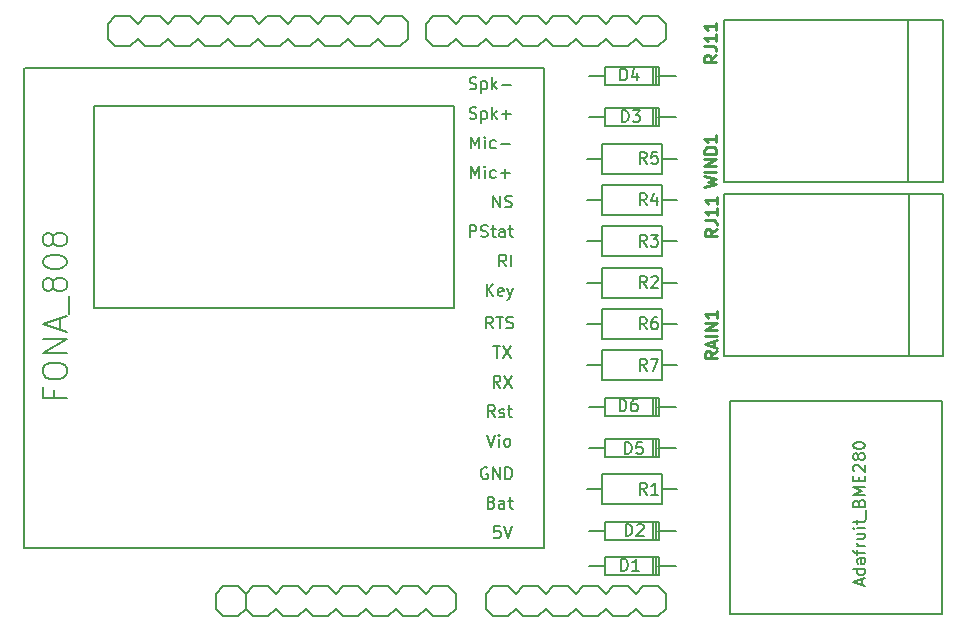
<source format=gbr>
G04 #@! TF.FileFunction,Legend,Top*
%FSLAX46Y46*%
G04 Gerber Fmt 4.6, Leading zero omitted, Abs format (unit mm)*
G04 Created by KiCad (PCBNEW 4.0.2-stable) date Tuesday, December 06, 2016 'PMt' 03:41:46 PM*
%MOMM*%
G01*
G04 APERTURE LIST*
%ADD10C,0.100000*%
%ADD11C,0.150000*%
%ADD12C,0.203200*%
%ADD13C,0.254000*%
%ADD14C,0.304800*%
G04 APERTURE END LIST*
D10*
D11*
X163633480Y-125502540D02*
X162236480Y-125502540D01*
X168078480Y-125502540D02*
X169602480Y-125502540D01*
X167697480Y-126264540D02*
X167697480Y-124740540D01*
X167951480Y-126264540D02*
X167951480Y-124740540D01*
X168205480Y-125502540D02*
X168205480Y-124740540D01*
X168205480Y-124740540D02*
X163633480Y-124740540D01*
X163633480Y-124740540D02*
X163633480Y-126264540D01*
X163633480Y-126264540D02*
X168205480Y-126264540D01*
X168205480Y-126264540D02*
X168205480Y-125502540D01*
X163633480Y-122502540D02*
X162236480Y-122502540D01*
X168078480Y-122502540D02*
X169602480Y-122502540D01*
X167697480Y-123264540D02*
X167697480Y-121740540D01*
X167951480Y-123264540D02*
X167951480Y-121740540D01*
X168205480Y-122502540D02*
X168205480Y-121740540D01*
X168205480Y-121740540D02*
X163633480Y-121740540D01*
X163633480Y-121740540D02*
X163633480Y-123264540D01*
X163633480Y-123264540D02*
X168205480Y-123264540D01*
X168205480Y-123264540D02*
X168205480Y-122502540D01*
X163633480Y-87502540D02*
X162236480Y-87502540D01*
X168078480Y-87502540D02*
X169602480Y-87502540D01*
X167697480Y-88264540D02*
X167697480Y-86740540D01*
X167951480Y-88264540D02*
X167951480Y-86740540D01*
X168205480Y-87502540D02*
X168205480Y-86740540D01*
X168205480Y-86740540D02*
X163633480Y-86740540D01*
X163633480Y-86740540D02*
X163633480Y-88264540D01*
X163633480Y-88264540D02*
X168205480Y-88264540D01*
X168205480Y-88264540D02*
X168205480Y-87502540D01*
X163633480Y-84002540D02*
X162236480Y-84002540D01*
X168078480Y-84002540D02*
X169602480Y-84002540D01*
X167697480Y-84764540D02*
X167697480Y-83240540D01*
X167951480Y-84764540D02*
X167951480Y-83240540D01*
X168205480Y-84002540D02*
X168205480Y-83240540D01*
X168205480Y-83240540D02*
X163633480Y-83240540D01*
X163633480Y-83240540D02*
X163633480Y-84764540D01*
X163633480Y-84764540D02*
X168205480Y-84764540D01*
X168205480Y-84764540D02*
X168205480Y-84002540D01*
X163633480Y-115502540D02*
X162236480Y-115502540D01*
X168078480Y-115502540D02*
X169602480Y-115502540D01*
X167697480Y-116264540D02*
X167697480Y-114740540D01*
X167951480Y-116264540D02*
X167951480Y-114740540D01*
X168205480Y-115502540D02*
X168205480Y-114740540D01*
X168205480Y-114740540D02*
X163633480Y-114740540D01*
X163633480Y-114740540D02*
X163633480Y-116264540D01*
X163633480Y-116264540D02*
X168205480Y-116264540D01*
X168205480Y-116264540D02*
X168205480Y-115502540D01*
X163633480Y-112002540D02*
X162236480Y-112002540D01*
X168078480Y-112002540D02*
X169602480Y-112002540D01*
X167697480Y-112764540D02*
X167697480Y-111240540D01*
X167951480Y-112764540D02*
X167951480Y-111240540D01*
X168205480Y-112002540D02*
X168205480Y-111240540D01*
X168205480Y-111240540D02*
X163633480Y-111240540D01*
X163633480Y-111240540D02*
X163633480Y-112764540D01*
X163633480Y-112764540D02*
X168205480Y-112764540D01*
X168205480Y-112764540D02*
X168205480Y-112002540D01*
X168460000Y-120270000D02*
X163380000Y-120270000D01*
X163380000Y-120270000D02*
X163380000Y-117730000D01*
X163380000Y-117730000D02*
X168460000Y-117730000D01*
X168460000Y-117730000D02*
X168460000Y-120270000D01*
X168460000Y-119000000D02*
X169730000Y-119000000D01*
X163380000Y-119000000D02*
X162110000Y-119000000D01*
X168460000Y-102770000D02*
X163380000Y-102770000D01*
X163380000Y-102770000D02*
X163380000Y-100230000D01*
X163380000Y-100230000D02*
X168460000Y-100230000D01*
X168460000Y-100230000D02*
X168460000Y-102770000D01*
X168460000Y-101500000D02*
X169730000Y-101500000D01*
X163380000Y-101500000D02*
X162110000Y-101500000D01*
X168460000Y-99270000D02*
X163380000Y-99270000D01*
X163380000Y-99270000D02*
X163380000Y-96730000D01*
X163380000Y-96730000D02*
X168460000Y-96730000D01*
X168460000Y-96730000D02*
X168460000Y-99270000D01*
X168460000Y-98000000D02*
X169730000Y-98000000D01*
X163380000Y-98000000D02*
X162110000Y-98000000D01*
X168460000Y-95770000D02*
X163380000Y-95770000D01*
X163380000Y-95770000D02*
X163380000Y-93230000D01*
X163380000Y-93230000D02*
X168460000Y-93230000D01*
X168460000Y-93230000D02*
X168460000Y-95770000D01*
X168460000Y-94500000D02*
X169730000Y-94500000D01*
X163380000Y-94500000D02*
X162110000Y-94500000D01*
X168460000Y-92270000D02*
X163380000Y-92270000D01*
X163380000Y-92270000D02*
X163380000Y-89730000D01*
X163380000Y-89730000D02*
X168460000Y-89730000D01*
X168460000Y-89730000D02*
X168460000Y-92270000D01*
X168460000Y-91000000D02*
X169730000Y-91000000D01*
X163380000Y-91000000D02*
X162110000Y-91000000D01*
X168460000Y-106270000D02*
X163380000Y-106270000D01*
X163380000Y-106270000D02*
X163380000Y-103730000D01*
X163380000Y-103730000D02*
X168460000Y-103730000D01*
X168460000Y-103730000D02*
X168460000Y-106270000D01*
X168460000Y-105000000D02*
X169730000Y-105000000D01*
X163380000Y-105000000D02*
X162110000Y-105000000D01*
X168460000Y-109770000D02*
X163380000Y-109770000D01*
X163380000Y-109770000D02*
X163380000Y-107230000D01*
X163380000Y-107230000D02*
X168460000Y-107230000D01*
X168460000Y-107230000D02*
X168460000Y-109770000D01*
X168460000Y-108500000D02*
X169730000Y-108500000D01*
X163380000Y-108500000D02*
X162110000Y-108500000D01*
D12*
X189357000Y-93980000D02*
X173736000Y-93980000D01*
X173736000Y-93980000D02*
X173736000Y-107696000D01*
X173736000Y-107696000D02*
X189357000Y-107696000D01*
X189357000Y-93980000D02*
X189357000Y-107696000D01*
X189357000Y-107696000D02*
X192278000Y-107696000D01*
X192278000Y-107696000D02*
X192278000Y-93980000D01*
X192278000Y-93980000D02*
X189357000Y-93980000D01*
D11*
X143752100Y-81473600D02*
X142482100Y-81473600D01*
X142482100Y-81473600D02*
X141847100Y-80838600D01*
X141847100Y-80838600D02*
X141212100Y-81473600D01*
X141212100Y-81473600D02*
X139942100Y-81473600D01*
X139942100Y-81473600D02*
X139307100Y-80838600D01*
X139307100Y-80838600D02*
X138672100Y-81473600D01*
X138672100Y-81473600D02*
X137402100Y-81473600D01*
X137402100Y-81473600D02*
X136767100Y-80838600D01*
X136767100Y-80838600D02*
X136132100Y-81473600D01*
X136132100Y-81473600D02*
X134862100Y-81473600D01*
X134862100Y-81473600D02*
X134227100Y-80838600D01*
X134227100Y-80838600D02*
X133592100Y-81473600D01*
X133592100Y-81473600D02*
X132449100Y-81473600D01*
X132449100Y-81473600D02*
X132322100Y-81473600D01*
X132322100Y-81473600D02*
X131687100Y-80838600D01*
X131687100Y-80838600D02*
X131052100Y-81473600D01*
X131052100Y-81473600D02*
X129782100Y-81473600D01*
X129782100Y-81473600D02*
X129147100Y-80838600D01*
X129147100Y-80838600D02*
X128512100Y-81473600D01*
X128512100Y-81473600D02*
X127242100Y-81473600D01*
X127242100Y-81473600D02*
X126607100Y-80838600D01*
X126607100Y-80838600D02*
X125972100Y-81473600D01*
X125972100Y-81473600D02*
X124702100Y-81473600D01*
X124702100Y-81473600D02*
X124067100Y-80838600D01*
X124067100Y-80838600D02*
X123432100Y-81473600D01*
X123432100Y-81473600D02*
X122162100Y-81473600D01*
X122162100Y-81473600D02*
X121527100Y-80838600D01*
X121527100Y-79568600D02*
X121527100Y-80838600D01*
X128512100Y-78933600D02*
X127242100Y-78933600D01*
X127242100Y-78933600D02*
X126607100Y-79568600D01*
X126607100Y-79568600D02*
X125972100Y-78933600D01*
X125972100Y-78933600D02*
X124702100Y-78933600D01*
X124702100Y-78933600D02*
X124067100Y-79568600D01*
X124067100Y-79568600D02*
X123432100Y-78933600D01*
X123432100Y-78933600D02*
X122162100Y-78933600D01*
X122162100Y-78933600D02*
X121527100Y-79568600D01*
X143752100Y-78933600D02*
X142482100Y-78933600D01*
X142482100Y-78933600D02*
X141847100Y-79568600D01*
X141847100Y-79568600D02*
X141212100Y-78933600D01*
X141212100Y-78933600D02*
X139942100Y-78933600D01*
X139942100Y-78933600D02*
X139307100Y-79568600D01*
X139307100Y-79568600D02*
X138672100Y-78933600D01*
X138672100Y-78933600D02*
X137402100Y-78933600D01*
X137402100Y-78933600D02*
X136767100Y-79568600D01*
X136767100Y-79568600D02*
X136132100Y-78933600D01*
X136132100Y-78933600D02*
X134989100Y-78933600D01*
X134989100Y-78933600D02*
X134354100Y-79568600D01*
X134354100Y-79568600D02*
X133719100Y-78933600D01*
X133719100Y-78933600D02*
X132322100Y-78933600D01*
X132322100Y-78933600D02*
X131687100Y-79568600D01*
X131687100Y-79568600D02*
X131052100Y-78933600D01*
X131052100Y-78933600D02*
X129782100Y-78933600D01*
X129782100Y-78933600D02*
X129147100Y-79568600D01*
X129147100Y-79568600D02*
X128512100Y-78933600D01*
X145022100Y-78933600D02*
X146165100Y-78933600D01*
X146292100Y-81473600D02*
X145022100Y-81473600D01*
X146927100Y-80838600D02*
X146927100Y-79441600D01*
X146927100Y-80838600D02*
X146292100Y-81473600D01*
X145022100Y-81473600D02*
X144387100Y-80838600D01*
X144387100Y-80838600D02*
X143752100Y-81473600D01*
X144387100Y-79568600D02*
X143752100Y-78933600D01*
X145022100Y-78933600D02*
X144387100Y-79568600D01*
X146927100Y-79441600D02*
X146419100Y-78933600D01*
X146419100Y-78933600D02*
X146165100Y-78933600D01*
X165596100Y-81473600D02*
X164326100Y-81473600D01*
X164326100Y-81473600D02*
X163691100Y-80838600D01*
X163691100Y-80838600D02*
X163056100Y-81473600D01*
X163056100Y-81473600D02*
X161786100Y-81473600D01*
X161786100Y-81473600D02*
X161151100Y-80838600D01*
X161151100Y-80838600D02*
X160516100Y-81473600D01*
X160516100Y-81473600D02*
X159246100Y-81473600D01*
X159246100Y-81473600D02*
X158611100Y-80838600D01*
X158611100Y-80838600D02*
X157976100Y-81473600D01*
X157976100Y-81473600D02*
X156706100Y-81473600D01*
X156706100Y-81473600D02*
X156071100Y-80838600D01*
X156071100Y-80838600D02*
X155436100Y-81473600D01*
X155436100Y-81473600D02*
X154166100Y-81473600D01*
X154166100Y-81473600D02*
X153531100Y-80838600D01*
X153531100Y-80838600D02*
X152896100Y-81473600D01*
X152896100Y-81473600D02*
X151626100Y-81473600D01*
X151626100Y-81473600D02*
X150991100Y-80838600D01*
X150991100Y-80838600D02*
X150356100Y-81473600D01*
X150356100Y-81473600D02*
X149086100Y-81473600D01*
X149086100Y-81473600D02*
X148451100Y-80838600D01*
X148451100Y-80838600D02*
X148451100Y-79568600D01*
X148451100Y-79568600D02*
X149086100Y-78933600D01*
X149086100Y-78933600D02*
X150356100Y-78933600D01*
X150356100Y-78933600D02*
X150991100Y-79568600D01*
X150991100Y-79568600D02*
X151626100Y-78933600D01*
X151626100Y-78933600D02*
X152896100Y-78933600D01*
X152896100Y-78933600D02*
X153531100Y-79568600D01*
X153531100Y-79568600D02*
X154166100Y-78933600D01*
X154166100Y-78933600D02*
X155436100Y-78933600D01*
X155436100Y-78933600D02*
X156071100Y-79568600D01*
X156071100Y-79568600D02*
X156706100Y-78933600D01*
X156706100Y-78933600D02*
X157976100Y-78933600D01*
X157976100Y-78933600D02*
X158611100Y-79568600D01*
X158611100Y-79568600D02*
X159246100Y-78933600D01*
X159246100Y-78933600D02*
X160516100Y-78933600D01*
X160516100Y-78933600D02*
X161151100Y-79568600D01*
X161151100Y-79568600D02*
X161786100Y-78933600D01*
X161786100Y-78933600D02*
X163056100Y-78933600D01*
X163056100Y-78933600D02*
X163691100Y-79568600D01*
X163691100Y-79568600D02*
X164326100Y-78933600D01*
X164326100Y-78933600D02*
X165596100Y-78933600D01*
X165596100Y-78933600D02*
X166231100Y-79568600D01*
X166231100Y-79568600D02*
X166866100Y-78933600D01*
X166866100Y-78933600D02*
X168136100Y-78933600D01*
X168136100Y-78933600D02*
X168771100Y-79568600D01*
X165596100Y-81473600D02*
X166231100Y-80838600D01*
X166231100Y-80838600D02*
X165596100Y-81473600D01*
X166866100Y-81473600D02*
X168136100Y-81473600D01*
X168771100Y-79568600D02*
X168771100Y-80838600D01*
X168771100Y-80838600D02*
X168136100Y-81473600D01*
X166866100Y-81473600D02*
X166231100Y-80838600D01*
X160516100Y-127193600D02*
X159246100Y-127193600D01*
X159246100Y-127193600D02*
X158611100Y-127828600D01*
X158611100Y-127828600D02*
X157976100Y-127193600D01*
X157976100Y-127193600D02*
X156706100Y-127193600D01*
X156706100Y-127193600D02*
X156071100Y-127828600D01*
X156071100Y-127828600D02*
X155436100Y-127193600D01*
X155436100Y-127193600D02*
X154166100Y-127193600D01*
X154166100Y-127193600D02*
X153531100Y-127828600D01*
X161786100Y-127193600D02*
X163056100Y-127193600D01*
X161151100Y-129098600D02*
X161786100Y-129733600D01*
X161786100Y-129733600D02*
X163056100Y-129733600D01*
X163056100Y-129733600D02*
X163691100Y-129098600D01*
X163691100Y-129098600D02*
X164326100Y-129733600D01*
X164326100Y-129733600D02*
X165596100Y-129733600D01*
X165596100Y-129733600D02*
X166231100Y-129098600D01*
X166231100Y-129098600D02*
X166866100Y-129733600D01*
X166866100Y-129733600D02*
X168136100Y-129733600D01*
X168136100Y-129733600D02*
X168771100Y-129098600D01*
X168771100Y-129098600D02*
X168771100Y-127828600D01*
X168771100Y-127828600D02*
X168136100Y-127193600D01*
X168136100Y-127193600D02*
X166866100Y-127193600D01*
X166866100Y-127193600D02*
X166231100Y-127828600D01*
X166231100Y-127828600D02*
X165596100Y-127193600D01*
X165596100Y-127193600D02*
X164326100Y-127193600D01*
X164326100Y-127193600D02*
X163691100Y-127828600D01*
X163691100Y-127828600D02*
X163056100Y-127193600D01*
X161786100Y-127193600D02*
X161151100Y-127828600D01*
X161151100Y-127828600D02*
X160516100Y-127193600D01*
X156706100Y-129733600D02*
X157976100Y-129733600D01*
X157976100Y-129733600D02*
X158611100Y-129098600D01*
X158611100Y-129098600D02*
X159246100Y-129733600D01*
X159246100Y-129733600D02*
X160516100Y-129733600D01*
X160516100Y-129733600D02*
X161151100Y-129098600D01*
X153531100Y-127828600D02*
X153531100Y-129098600D01*
X153531100Y-129098600D02*
X154166100Y-129733600D01*
X154166100Y-129733600D02*
X155436100Y-129733600D01*
X155436100Y-129733600D02*
X156071100Y-129098600D01*
X156071100Y-129098600D02*
X156706100Y-129733600D01*
X135751100Y-129098600D02*
X135116100Y-129733600D01*
X135116100Y-129733600D02*
X133846100Y-129733600D01*
X133846100Y-129733600D02*
X133211100Y-129098600D01*
X136386100Y-129733600D02*
X137656100Y-129733600D01*
X142736100Y-129733600D02*
X141466100Y-129733600D01*
X141466100Y-129733600D02*
X140831100Y-129098600D01*
X140831100Y-129098600D02*
X140196100Y-129733600D01*
X140196100Y-129733600D02*
X138926100Y-129733600D01*
X138926100Y-129733600D02*
X138291100Y-129098600D01*
X138291100Y-129098600D02*
X137656100Y-129733600D01*
X136386100Y-129733600D02*
X135751100Y-129098600D01*
X145276100Y-127193600D02*
X145911100Y-127828600D01*
X145911100Y-127828600D02*
X146546100Y-127193600D01*
X146546100Y-127193600D02*
X147816100Y-127193600D01*
X147816100Y-127193600D02*
X148451100Y-127828600D01*
X148451100Y-127828600D02*
X149086100Y-127193600D01*
X149086100Y-127193600D02*
X150356100Y-127193600D01*
X150356100Y-127193600D02*
X150991100Y-127828600D01*
X150991100Y-127828600D02*
X150991100Y-129098600D01*
X150991100Y-129098600D02*
X150356100Y-129733600D01*
X150356100Y-129733600D02*
X149086100Y-129733600D01*
X149086100Y-129733600D02*
X148451100Y-129098600D01*
X148451100Y-129098600D02*
X147816100Y-129733600D01*
X147816100Y-129733600D02*
X146546100Y-129733600D01*
X146546100Y-129733600D02*
X145911100Y-129098600D01*
X145911100Y-129098600D02*
X145276100Y-129733600D01*
X145276100Y-129733600D02*
X144006100Y-129733600D01*
X144006100Y-129733600D02*
X143371100Y-129098600D01*
X143371100Y-129098600D02*
X142736100Y-129733600D01*
X133211100Y-127828600D02*
X133846100Y-127193600D01*
X133846100Y-127193600D02*
X135116100Y-127193600D01*
X135116100Y-127193600D02*
X135751100Y-127828600D01*
X135751100Y-127828600D02*
X136386100Y-127193600D01*
X136386100Y-127193600D02*
X137656100Y-127193600D01*
X137656100Y-127193600D02*
X138291100Y-127828600D01*
X138291100Y-127828600D02*
X138926100Y-127193600D01*
X138926100Y-127193600D02*
X140196100Y-127193600D01*
X140196100Y-127193600D02*
X140831100Y-127828600D01*
X140831100Y-127828600D02*
X141466100Y-127193600D01*
X141466100Y-127193600D02*
X142736100Y-127193600D01*
X142736100Y-127193600D02*
X143371100Y-127828600D01*
X143371100Y-127828600D02*
X144006100Y-127193600D01*
X144006100Y-127193600D02*
X145276100Y-127193600D01*
X132576100Y-129733600D02*
X131306100Y-129733600D01*
X131306100Y-129733600D02*
X130671100Y-129098600D01*
X130671100Y-129098600D02*
X130671100Y-127828600D01*
X130671100Y-127828600D02*
X131306100Y-127193600D01*
X131306100Y-127193600D02*
X132576100Y-127193600D01*
X132576100Y-127193600D02*
X133211100Y-127828600D01*
X133211100Y-127828600D02*
X133211100Y-129098600D01*
X133211100Y-129098600D02*
X132576100Y-129733600D01*
X174184800Y-113048400D02*
X174184800Y-111548400D01*
X174184800Y-111548400D02*
X176184800Y-111548400D01*
X176684800Y-129548400D02*
X174184800Y-129548400D01*
X174184800Y-129548400D02*
X174184800Y-127048400D01*
X192184800Y-127548400D02*
X192184800Y-129548400D01*
X192184800Y-129548400D02*
X188684800Y-129548400D01*
X189684800Y-111548400D02*
X192184800Y-111548400D01*
X192184800Y-111548400D02*
X192184800Y-114048400D01*
X175684800Y-111548400D02*
X176184800Y-111548400D01*
X192184800Y-114048400D02*
X192184800Y-116548400D01*
X174184800Y-116548400D02*
X174184800Y-113048400D01*
X176184800Y-111548400D02*
X189684800Y-111548400D01*
X174184800Y-116548400D02*
X174184800Y-127548400D01*
X189184800Y-129548400D02*
X176184800Y-129548400D01*
X192184800Y-116548400D02*
X192184800Y-127548400D01*
X114624800Y-124002800D02*
X114424800Y-124002800D01*
X120319800Y-86537800D02*
X150799800Y-86537800D01*
X150799800Y-86537800D02*
X150799800Y-103682800D01*
X150799800Y-103682800D02*
X120319800Y-103682800D01*
X120319800Y-103682800D02*
X120319800Y-86537800D01*
X114469800Y-124002800D02*
X114469800Y-83362800D01*
X114524800Y-83362800D02*
X158419800Y-83362800D01*
X158419800Y-83362800D02*
X158419800Y-124002800D01*
X158419800Y-124002800D02*
X114524800Y-124002800D01*
D12*
X189306200Y-79248000D02*
X173685200Y-79248000D01*
X173685200Y-79248000D02*
X173685200Y-92964000D01*
X173685200Y-92964000D02*
X189306200Y-92964000D01*
X189306200Y-79248000D02*
X189306200Y-92964000D01*
X189306200Y-92964000D02*
X192227200Y-92964000D01*
X192227200Y-92964000D02*
X192227200Y-79248000D01*
X192227200Y-79248000D02*
X189306200Y-79248000D01*
D11*
X164991405Y-125888881D02*
X164991405Y-124888881D01*
X165229500Y-124888881D01*
X165372358Y-124936500D01*
X165467596Y-125031738D01*
X165515215Y-125126976D01*
X165562834Y-125317452D01*
X165562834Y-125460310D01*
X165515215Y-125650786D01*
X165467596Y-125746024D01*
X165372358Y-125841262D01*
X165229500Y-125888881D01*
X164991405Y-125888881D01*
X166515215Y-125888881D02*
X165943786Y-125888881D01*
X166229500Y-125888881D02*
X166229500Y-124888881D01*
X166134262Y-125031738D01*
X166039024Y-125126976D01*
X165943786Y-125174595D01*
X165372405Y-122952381D02*
X165372405Y-121952381D01*
X165610500Y-121952381D01*
X165753358Y-122000000D01*
X165848596Y-122095238D01*
X165896215Y-122190476D01*
X165943834Y-122380952D01*
X165943834Y-122523810D01*
X165896215Y-122714286D01*
X165848596Y-122809524D01*
X165753358Y-122904762D01*
X165610500Y-122952381D01*
X165372405Y-122952381D01*
X166324786Y-122047619D02*
X166372405Y-122000000D01*
X166467643Y-121952381D01*
X166705739Y-121952381D01*
X166800977Y-122000000D01*
X166848596Y-122047619D01*
X166896215Y-122142857D01*
X166896215Y-122238095D01*
X166848596Y-122380952D01*
X166277167Y-122952381D01*
X166896215Y-122952381D01*
X165054905Y-87888881D02*
X165054905Y-86888881D01*
X165293000Y-86888881D01*
X165435858Y-86936500D01*
X165531096Y-87031738D01*
X165578715Y-87126976D01*
X165626334Y-87317452D01*
X165626334Y-87460310D01*
X165578715Y-87650786D01*
X165531096Y-87746024D01*
X165435858Y-87841262D01*
X165293000Y-87888881D01*
X165054905Y-87888881D01*
X165959667Y-86888881D02*
X166578715Y-86888881D01*
X166245381Y-87269833D01*
X166388239Y-87269833D01*
X166483477Y-87317452D01*
X166531096Y-87365071D01*
X166578715Y-87460310D01*
X166578715Y-87698405D01*
X166531096Y-87793643D01*
X166483477Y-87841262D01*
X166388239Y-87888881D01*
X166102524Y-87888881D01*
X166007286Y-87841262D01*
X165959667Y-87793643D01*
X164927905Y-84388881D02*
X164927905Y-83388881D01*
X165166000Y-83388881D01*
X165308858Y-83436500D01*
X165404096Y-83531738D01*
X165451715Y-83626976D01*
X165499334Y-83817452D01*
X165499334Y-83960310D01*
X165451715Y-84150786D01*
X165404096Y-84246024D01*
X165308858Y-84341262D01*
X165166000Y-84388881D01*
X164927905Y-84388881D01*
X166356477Y-83722214D02*
X166356477Y-84388881D01*
X166118381Y-83341262D02*
X165880286Y-84055548D01*
X166499334Y-84055548D01*
X165308905Y-116015881D02*
X165308905Y-115015881D01*
X165547000Y-115015881D01*
X165689858Y-115063500D01*
X165785096Y-115158738D01*
X165832715Y-115253976D01*
X165880334Y-115444452D01*
X165880334Y-115587310D01*
X165832715Y-115777786D01*
X165785096Y-115873024D01*
X165689858Y-115968262D01*
X165547000Y-116015881D01*
X165308905Y-116015881D01*
X166785096Y-115015881D02*
X166308905Y-115015881D01*
X166261286Y-115492071D01*
X166308905Y-115444452D01*
X166404143Y-115396833D01*
X166642239Y-115396833D01*
X166737477Y-115444452D01*
X166785096Y-115492071D01*
X166832715Y-115587310D01*
X166832715Y-115825405D01*
X166785096Y-115920643D01*
X166737477Y-115968262D01*
X166642239Y-116015881D01*
X166404143Y-116015881D01*
X166308905Y-115968262D01*
X166261286Y-115920643D01*
X164864405Y-112388881D02*
X164864405Y-111388881D01*
X165102500Y-111388881D01*
X165245358Y-111436500D01*
X165340596Y-111531738D01*
X165388215Y-111626976D01*
X165435834Y-111817452D01*
X165435834Y-111960310D01*
X165388215Y-112150786D01*
X165340596Y-112246024D01*
X165245358Y-112341262D01*
X165102500Y-112388881D01*
X164864405Y-112388881D01*
X166292977Y-111388881D02*
X166102500Y-111388881D01*
X166007262Y-111436500D01*
X165959643Y-111484119D01*
X165864405Y-111626976D01*
X165816786Y-111817452D01*
X165816786Y-112198405D01*
X165864405Y-112293643D01*
X165912024Y-112341262D01*
X166007262Y-112388881D01*
X166197739Y-112388881D01*
X166292977Y-112341262D01*
X166340596Y-112293643D01*
X166388215Y-112198405D01*
X166388215Y-111960310D01*
X166340596Y-111865071D01*
X166292977Y-111817452D01*
X166197739Y-111769833D01*
X166007262Y-111769833D01*
X165912024Y-111817452D01*
X165864405Y-111865071D01*
X165816786Y-111960310D01*
X167150334Y-119452381D02*
X166817000Y-118976190D01*
X166578905Y-119452381D02*
X166578905Y-118452381D01*
X166959858Y-118452381D01*
X167055096Y-118500000D01*
X167102715Y-118547619D01*
X167150334Y-118642857D01*
X167150334Y-118785714D01*
X167102715Y-118880952D01*
X167055096Y-118928571D01*
X166959858Y-118976190D01*
X166578905Y-118976190D01*
X168102715Y-119452381D02*
X167531286Y-119452381D01*
X167817000Y-119452381D02*
X167817000Y-118452381D01*
X167721762Y-118595238D01*
X167626524Y-118690476D01*
X167531286Y-118738095D01*
X167150334Y-101952381D02*
X166817000Y-101476190D01*
X166578905Y-101952381D02*
X166578905Y-100952381D01*
X166959858Y-100952381D01*
X167055096Y-101000000D01*
X167102715Y-101047619D01*
X167150334Y-101142857D01*
X167150334Y-101285714D01*
X167102715Y-101380952D01*
X167055096Y-101428571D01*
X166959858Y-101476190D01*
X166578905Y-101476190D01*
X167531286Y-101047619D02*
X167578905Y-101000000D01*
X167674143Y-100952381D01*
X167912239Y-100952381D01*
X168007477Y-101000000D01*
X168055096Y-101047619D01*
X168102715Y-101142857D01*
X168102715Y-101238095D01*
X168055096Y-101380952D01*
X167483667Y-101952381D01*
X168102715Y-101952381D01*
X167150334Y-98452381D02*
X166817000Y-97976190D01*
X166578905Y-98452381D02*
X166578905Y-97452381D01*
X166959858Y-97452381D01*
X167055096Y-97500000D01*
X167102715Y-97547619D01*
X167150334Y-97642857D01*
X167150334Y-97785714D01*
X167102715Y-97880952D01*
X167055096Y-97928571D01*
X166959858Y-97976190D01*
X166578905Y-97976190D01*
X167483667Y-97452381D02*
X168102715Y-97452381D01*
X167769381Y-97833333D01*
X167912239Y-97833333D01*
X168007477Y-97880952D01*
X168055096Y-97928571D01*
X168102715Y-98023810D01*
X168102715Y-98261905D01*
X168055096Y-98357143D01*
X168007477Y-98404762D01*
X167912239Y-98452381D01*
X167626524Y-98452381D01*
X167531286Y-98404762D01*
X167483667Y-98357143D01*
X167150334Y-94952381D02*
X166817000Y-94476190D01*
X166578905Y-94952381D02*
X166578905Y-93952381D01*
X166959858Y-93952381D01*
X167055096Y-94000000D01*
X167102715Y-94047619D01*
X167150334Y-94142857D01*
X167150334Y-94285714D01*
X167102715Y-94380952D01*
X167055096Y-94428571D01*
X166959858Y-94476190D01*
X166578905Y-94476190D01*
X168007477Y-94285714D02*
X168007477Y-94952381D01*
X167769381Y-93904762D02*
X167531286Y-94619048D01*
X168150334Y-94619048D01*
X167137634Y-91439681D02*
X166804300Y-90963490D01*
X166566205Y-91439681D02*
X166566205Y-90439681D01*
X166947158Y-90439681D01*
X167042396Y-90487300D01*
X167090015Y-90534919D01*
X167137634Y-90630157D01*
X167137634Y-90773014D01*
X167090015Y-90868252D01*
X167042396Y-90915871D01*
X166947158Y-90963490D01*
X166566205Y-90963490D01*
X168042396Y-90439681D02*
X167566205Y-90439681D01*
X167518586Y-90915871D01*
X167566205Y-90868252D01*
X167661443Y-90820633D01*
X167899539Y-90820633D01*
X167994777Y-90868252D01*
X168042396Y-90915871D01*
X168090015Y-91011110D01*
X168090015Y-91249205D01*
X168042396Y-91344443D01*
X167994777Y-91392062D01*
X167899539Y-91439681D01*
X167661443Y-91439681D01*
X167566205Y-91392062D01*
X167518586Y-91344443D01*
X167150334Y-105452381D02*
X166817000Y-104976190D01*
X166578905Y-105452381D02*
X166578905Y-104452381D01*
X166959858Y-104452381D01*
X167055096Y-104500000D01*
X167102715Y-104547619D01*
X167150334Y-104642857D01*
X167150334Y-104785714D01*
X167102715Y-104880952D01*
X167055096Y-104928571D01*
X166959858Y-104976190D01*
X166578905Y-104976190D01*
X168007477Y-104452381D02*
X167817000Y-104452381D01*
X167721762Y-104500000D01*
X167674143Y-104547619D01*
X167578905Y-104690476D01*
X167531286Y-104880952D01*
X167531286Y-105261905D01*
X167578905Y-105357143D01*
X167626524Y-105404762D01*
X167721762Y-105452381D01*
X167912239Y-105452381D01*
X168007477Y-105404762D01*
X168055096Y-105357143D01*
X168102715Y-105261905D01*
X168102715Y-105023810D01*
X168055096Y-104928571D01*
X168007477Y-104880952D01*
X167912239Y-104833333D01*
X167721762Y-104833333D01*
X167626524Y-104880952D01*
X167578905Y-104928571D01*
X167531286Y-105023810D01*
X167150334Y-108952381D02*
X166817000Y-108476190D01*
X166578905Y-108952381D02*
X166578905Y-107952381D01*
X166959858Y-107952381D01*
X167055096Y-108000000D01*
X167102715Y-108047619D01*
X167150334Y-108142857D01*
X167150334Y-108285714D01*
X167102715Y-108380952D01*
X167055096Y-108428571D01*
X166959858Y-108476190D01*
X166578905Y-108476190D01*
X167483667Y-107952381D02*
X168150334Y-107952381D01*
X167721762Y-108952381D01*
D13*
X173108499Y-107296857D02*
X172624690Y-107635523D01*
X173108499Y-107877428D02*
X172092499Y-107877428D01*
X172092499Y-107490381D01*
X172140880Y-107393619D01*
X172189261Y-107345238D01*
X172286023Y-107296857D01*
X172431166Y-107296857D01*
X172527928Y-107345238D01*
X172576309Y-107393619D01*
X172624690Y-107490381D01*
X172624690Y-107877428D01*
X172818213Y-106909809D02*
X172818213Y-106426000D01*
X173108499Y-107006571D02*
X172092499Y-106667904D01*
X173108499Y-106329238D01*
X173108499Y-105990571D02*
X172092499Y-105990571D01*
X173108499Y-105506761D02*
X172092499Y-105506761D01*
X173108499Y-104926190D01*
X172092499Y-104926190D01*
X173108499Y-103910190D02*
X173108499Y-104490761D01*
X173108499Y-104200475D02*
X172092499Y-104200475D01*
X172237642Y-104297237D01*
X172334404Y-104393999D01*
X172382785Y-104490761D01*
D14*
D13*
X173108499Y-96958210D02*
X172624690Y-97296876D01*
X173108499Y-97538781D02*
X172092499Y-97538781D01*
X172092499Y-97151734D01*
X172140880Y-97054972D01*
X172189261Y-97006591D01*
X172286023Y-96958210D01*
X172431166Y-96958210D01*
X172527928Y-97006591D01*
X172576309Y-97054972D01*
X172624690Y-97151734D01*
X172624690Y-97538781D01*
X172092499Y-96232496D02*
X172818213Y-96232496D01*
X172963356Y-96280876D01*
X173060118Y-96377638D01*
X173108499Y-96522781D01*
X173108499Y-96619543D01*
X173108499Y-95216496D02*
X173108499Y-95797067D01*
X173108499Y-95506781D02*
X172092499Y-95506781D01*
X172237642Y-95603543D01*
X172334404Y-95700305D01*
X172382785Y-95797067D01*
X173108499Y-94248877D02*
X173108499Y-94829448D01*
X173108499Y-94539162D02*
X172092499Y-94539162D01*
X172237642Y-94635924D01*
X172334404Y-94732686D01*
X172382785Y-94829448D01*
D14*
D11*
X185351467Y-127096020D02*
X185351467Y-126619829D01*
X185637181Y-127191258D02*
X184637181Y-126857925D01*
X185637181Y-126524591D01*
X185637181Y-125762686D02*
X184637181Y-125762686D01*
X185589562Y-125762686D02*
X185637181Y-125857924D01*
X185637181Y-126048401D01*
X185589562Y-126143639D01*
X185541943Y-126191258D01*
X185446705Y-126238877D01*
X185160990Y-126238877D01*
X185065752Y-126191258D01*
X185018133Y-126143639D01*
X184970514Y-126048401D01*
X184970514Y-125857924D01*
X185018133Y-125762686D01*
X185637181Y-124857924D02*
X185113371Y-124857924D01*
X185018133Y-124905543D01*
X184970514Y-125000781D01*
X184970514Y-125191258D01*
X185018133Y-125286496D01*
X185589562Y-124857924D02*
X185637181Y-124953162D01*
X185637181Y-125191258D01*
X185589562Y-125286496D01*
X185494324Y-125334115D01*
X185399086Y-125334115D01*
X185303848Y-125286496D01*
X185256229Y-125191258D01*
X185256229Y-124953162D01*
X185208610Y-124857924D01*
X184970514Y-124524591D02*
X184970514Y-124143639D01*
X185637181Y-124381734D02*
X184780038Y-124381734D01*
X184684800Y-124334115D01*
X184637181Y-124238877D01*
X184637181Y-124143639D01*
X185637181Y-123810305D02*
X184970514Y-123810305D01*
X185160990Y-123810305D02*
X185065752Y-123762686D01*
X185018133Y-123715067D01*
X184970514Y-123619829D01*
X184970514Y-123524590D01*
X184970514Y-122762685D02*
X185637181Y-122762685D01*
X184970514Y-123191257D02*
X185494324Y-123191257D01*
X185589562Y-123143638D01*
X185637181Y-123048400D01*
X185637181Y-122905542D01*
X185589562Y-122810304D01*
X185541943Y-122762685D01*
X185637181Y-122286495D02*
X184970514Y-122286495D01*
X184637181Y-122286495D02*
X184684800Y-122334114D01*
X184732419Y-122286495D01*
X184684800Y-122238876D01*
X184637181Y-122286495D01*
X184732419Y-122286495D01*
X184970514Y-121953162D02*
X184970514Y-121572210D01*
X184637181Y-121810305D02*
X185494324Y-121810305D01*
X185589562Y-121762686D01*
X185637181Y-121667448D01*
X185637181Y-121572210D01*
X185732419Y-121476971D02*
X185732419Y-120715066D01*
X185113371Y-120143637D02*
X185160990Y-120000780D01*
X185208610Y-119953161D01*
X185303848Y-119905542D01*
X185446705Y-119905542D01*
X185541943Y-119953161D01*
X185589562Y-120000780D01*
X185637181Y-120096018D01*
X185637181Y-120476971D01*
X184637181Y-120476971D01*
X184637181Y-120143637D01*
X184684800Y-120048399D01*
X184732419Y-120000780D01*
X184827657Y-119953161D01*
X184922895Y-119953161D01*
X185018133Y-120000780D01*
X185065752Y-120048399D01*
X185113371Y-120143637D01*
X185113371Y-120476971D01*
X185637181Y-119476971D02*
X184637181Y-119476971D01*
X185351467Y-119143637D01*
X184637181Y-118810304D01*
X185637181Y-118810304D01*
X185113371Y-118334114D02*
X185113371Y-118000780D01*
X185637181Y-117857923D02*
X185637181Y-118334114D01*
X184637181Y-118334114D01*
X184637181Y-117857923D01*
X184732419Y-117476971D02*
X184684800Y-117429352D01*
X184637181Y-117334114D01*
X184637181Y-117096018D01*
X184684800Y-117000780D01*
X184732419Y-116953161D01*
X184827657Y-116905542D01*
X184922895Y-116905542D01*
X185065752Y-116953161D01*
X185637181Y-117524590D01*
X185637181Y-116905542D01*
X185065752Y-116334114D02*
X185018133Y-116429352D01*
X184970514Y-116476971D01*
X184875276Y-116524590D01*
X184827657Y-116524590D01*
X184732419Y-116476971D01*
X184684800Y-116429352D01*
X184637181Y-116334114D01*
X184637181Y-116143637D01*
X184684800Y-116048399D01*
X184732419Y-116000780D01*
X184827657Y-115953161D01*
X184875276Y-115953161D01*
X184970514Y-116000780D01*
X185018133Y-116048399D01*
X185065752Y-116143637D01*
X185065752Y-116334114D01*
X185113371Y-116429352D01*
X185160990Y-116476971D01*
X185256229Y-116524590D01*
X185446705Y-116524590D01*
X185541943Y-116476971D01*
X185589562Y-116429352D01*
X185637181Y-116334114D01*
X185637181Y-116143637D01*
X185589562Y-116048399D01*
X185541943Y-116000780D01*
X185446705Y-115953161D01*
X185256229Y-115953161D01*
X185160990Y-116000780D01*
X185113371Y-116048399D01*
X185065752Y-116143637D01*
X184637181Y-115334114D02*
X184637181Y-115238875D01*
X184684800Y-115143637D01*
X184732419Y-115096018D01*
X184827657Y-115048399D01*
X185018133Y-115000780D01*
X185256229Y-115000780D01*
X185446705Y-115048399D01*
X185541943Y-115096018D01*
X185589562Y-115143637D01*
X185637181Y-115238875D01*
X185637181Y-115334114D01*
X185589562Y-115429352D01*
X185541943Y-115476971D01*
X185446705Y-115524590D01*
X185256229Y-115572209D01*
X185018133Y-115572209D01*
X184827657Y-115524590D01*
X184732419Y-115476971D01*
X184684800Y-115429352D01*
X184637181Y-115334114D01*
X117001943Y-110603515D02*
X117001943Y-111270182D01*
X118049562Y-111270182D02*
X116049562Y-111270182D01*
X116049562Y-110317801D01*
X116049562Y-109174943D02*
X116049562Y-108793991D01*
X116144800Y-108603515D01*
X116335276Y-108413038D01*
X116716229Y-108317800D01*
X117382895Y-108317800D01*
X117763848Y-108413038D01*
X117954324Y-108603515D01*
X118049562Y-108793991D01*
X118049562Y-109174943D01*
X117954324Y-109365419D01*
X117763848Y-109555896D01*
X117382895Y-109651134D01*
X116716229Y-109651134D01*
X116335276Y-109555896D01*
X116144800Y-109365419D01*
X116049562Y-109174943D01*
X118049562Y-107460658D02*
X116049562Y-107460658D01*
X118049562Y-106317800D01*
X116049562Y-106317800D01*
X117478133Y-105460658D02*
X117478133Y-104508277D01*
X118049562Y-105651134D02*
X116049562Y-104984467D01*
X118049562Y-104317800D01*
X118240038Y-104127324D02*
X118240038Y-102603514D01*
X116906705Y-101841609D02*
X116811467Y-102032085D01*
X116716229Y-102127324D01*
X116525752Y-102222562D01*
X116430514Y-102222562D01*
X116240038Y-102127324D01*
X116144800Y-102032085D01*
X116049562Y-101841609D01*
X116049562Y-101460657D01*
X116144800Y-101270181D01*
X116240038Y-101174943D01*
X116430514Y-101079704D01*
X116525752Y-101079704D01*
X116716229Y-101174943D01*
X116811467Y-101270181D01*
X116906705Y-101460657D01*
X116906705Y-101841609D01*
X117001943Y-102032085D01*
X117097181Y-102127324D01*
X117287657Y-102222562D01*
X117668610Y-102222562D01*
X117859086Y-102127324D01*
X117954324Y-102032085D01*
X118049562Y-101841609D01*
X118049562Y-101460657D01*
X117954324Y-101270181D01*
X117859086Y-101174943D01*
X117668610Y-101079704D01*
X117287657Y-101079704D01*
X117097181Y-101174943D01*
X117001943Y-101270181D01*
X116906705Y-101460657D01*
X116049562Y-99841609D02*
X116049562Y-99651133D01*
X116144800Y-99460657D01*
X116240038Y-99365419D01*
X116430514Y-99270181D01*
X116811467Y-99174942D01*
X117287657Y-99174942D01*
X117668610Y-99270181D01*
X117859086Y-99365419D01*
X117954324Y-99460657D01*
X118049562Y-99651133D01*
X118049562Y-99841609D01*
X117954324Y-100032085D01*
X117859086Y-100127323D01*
X117668610Y-100222562D01*
X117287657Y-100317800D01*
X116811467Y-100317800D01*
X116430514Y-100222562D01*
X116240038Y-100127323D01*
X116144800Y-100032085D01*
X116049562Y-99841609D01*
X116906705Y-98032085D02*
X116811467Y-98222561D01*
X116716229Y-98317800D01*
X116525752Y-98413038D01*
X116430514Y-98413038D01*
X116240038Y-98317800D01*
X116144800Y-98222561D01*
X116049562Y-98032085D01*
X116049562Y-97651133D01*
X116144800Y-97460657D01*
X116240038Y-97365419D01*
X116430514Y-97270180D01*
X116525752Y-97270180D01*
X116716229Y-97365419D01*
X116811467Y-97460657D01*
X116906705Y-97651133D01*
X116906705Y-98032085D01*
X117001943Y-98222561D01*
X117097181Y-98317800D01*
X117287657Y-98413038D01*
X117668610Y-98413038D01*
X117859086Y-98317800D01*
X117954324Y-98222561D01*
X118049562Y-98032085D01*
X118049562Y-97651133D01*
X117954324Y-97460657D01*
X117859086Y-97365419D01*
X117668610Y-97270180D01*
X117287657Y-97270180D01*
X117097181Y-97365419D01*
X117001943Y-97460657D01*
X116906705Y-97651133D01*
X152162895Y-85087562D02*
X152305752Y-85135181D01*
X152543848Y-85135181D01*
X152639086Y-85087562D01*
X152686705Y-85039943D01*
X152734324Y-84944705D01*
X152734324Y-84849467D01*
X152686705Y-84754229D01*
X152639086Y-84706610D01*
X152543848Y-84658990D01*
X152353371Y-84611371D01*
X152258133Y-84563752D01*
X152210514Y-84516133D01*
X152162895Y-84420895D01*
X152162895Y-84325657D01*
X152210514Y-84230419D01*
X152258133Y-84182800D01*
X152353371Y-84135181D01*
X152591467Y-84135181D01*
X152734324Y-84182800D01*
X153162895Y-84468514D02*
X153162895Y-85468514D01*
X153162895Y-84516133D02*
X153258133Y-84468514D01*
X153448610Y-84468514D01*
X153543848Y-84516133D01*
X153591467Y-84563752D01*
X153639086Y-84658990D01*
X153639086Y-84944705D01*
X153591467Y-85039943D01*
X153543848Y-85087562D01*
X153448610Y-85135181D01*
X153258133Y-85135181D01*
X153162895Y-85087562D01*
X154067657Y-85135181D02*
X154067657Y-84135181D01*
X154162895Y-84754229D02*
X154448610Y-85135181D01*
X154448610Y-84468514D02*
X154067657Y-84849467D01*
X154877181Y-84754229D02*
X155639086Y-84754229D01*
X152162895Y-87587562D02*
X152305752Y-87635181D01*
X152543848Y-87635181D01*
X152639086Y-87587562D01*
X152686705Y-87539943D01*
X152734324Y-87444705D01*
X152734324Y-87349467D01*
X152686705Y-87254229D01*
X152639086Y-87206610D01*
X152543848Y-87158990D01*
X152353371Y-87111371D01*
X152258133Y-87063752D01*
X152210514Y-87016133D01*
X152162895Y-86920895D01*
X152162895Y-86825657D01*
X152210514Y-86730419D01*
X152258133Y-86682800D01*
X152353371Y-86635181D01*
X152591467Y-86635181D01*
X152734324Y-86682800D01*
X153162895Y-86968514D02*
X153162895Y-87968514D01*
X153162895Y-87016133D02*
X153258133Y-86968514D01*
X153448610Y-86968514D01*
X153543848Y-87016133D01*
X153591467Y-87063752D01*
X153639086Y-87158990D01*
X153639086Y-87444705D01*
X153591467Y-87539943D01*
X153543848Y-87587562D01*
X153448610Y-87635181D01*
X153258133Y-87635181D01*
X153162895Y-87587562D01*
X154067657Y-87635181D02*
X154067657Y-86635181D01*
X154162895Y-87254229D02*
X154448610Y-87635181D01*
X154448610Y-86968514D02*
X154067657Y-87349467D01*
X154877181Y-87254229D02*
X155639086Y-87254229D01*
X155258134Y-87635181D02*
X155258134Y-86873276D01*
X152305753Y-90135181D02*
X152305753Y-89135181D01*
X152639087Y-89849467D01*
X152972420Y-89135181D01*
X152972420Y-90135181D01*
X153448610Y-90135181D02*
X153448610Y-89468514D01*
X153448610Y-89135181D02*
X153400991Y-89182800D01*
X153448610Y-89230419D01*
X153496229Y-89182800D01*
X153448610Y-89135181D01*
X153448610Y-89230419D01*
X154353372Y-90087562D02*
X154258134Y-90135181D01*
X154067657Y-90135181D01*
X153972419Y-90087562D01*
X153924800Y-90039943D01*
X153877181Y-89944705D01*
X153877181Y-89658990D01*
X153924800Y-89563752D01*
X153972419Y-89516133D01*
X154067657Y-89468514D01*
X154258134Y-89468514D01*
X154353372Y-89516133D01*
X154781943Y-89754229D02*
X155543848Y-89754229D01*
X152305753Y-92635181D02*
X152305753Y-91635181D01*
X152639087Y-92349467D01*
X152972420Y-91635181D01*
X152972420Y-92635181D01*
X153448610Y-92635181D02*
X153448610Y-91968514D01*
X153448610Y-91635181D02*
X153400991Y-91682800D01*
X153448610Y-91730419D01*
X153496229Y-91682800D01*
X153448610Y-91635181D01*
X153448610Y-91730419D01*
X154353372Y-92587562D02*
X154258134Y-92635181D01*
X154067657Y-92635181D01*
X153972419Y-92587562D01*
X153924800Y-92539943D01*
X153877181Y-92444705D01*
X153877181Y-92158990D01*
X153924800Y-92063752D01*
X153972419Y-92016133D01*
X154067657Y-91968514D01*
X154258134Y-91968514D01*
X154353372Y-92016133D01*
X154781943Y-92254229D02*
X155543848Y-92254229D01*
X155162896Y-92635181D02*
X155162896Y-91873276D01*
X154162895Y-95135181D02*
X154162895Y-94135181D01*
X154734324Y-95135181D01*
X154734324Y-94135181D01*
X155162895Y-95087562D02*
X155305752Y-95135181D01*
X155543848Y-95135181D01*
X155639086Y-95087562D01*
X155686705Y-95039943D01*
X155734324Y-94944705D01*
X155734324Y-94849467D01*
X155686705Y-94754229D01*
X155639086Y-94706610D01*
X155543848Y-94658990D01*
X155353371Y-94611371D01*
X155258133Y-94563752D01*
X155210514Y-94516133D01*
X155162895Y-94420895D01*
X155162895Y-94325657D01*
X155210514Y-94230419D01*
X155258133Y-94182800D01*
X155353371Y-94135181D01*
X155591467Y-94135181D01*
X155734324Y-94182800D01*
X152162895Y-97635181D02*
X152162895Y-96635181D01*
X152543848Y-96635181D01*
X152639086Y-96682800D01*
X152686705Y-96730419D01*
X152734324Y-96825657D01*
X152734324Y-96968514D01*
X152686705Y-97063752D01*
X152639086Y-97111371D01*
X152543848Y-97158990D01*
X152162895Y-97158990D01*
X153115276Y-97587562D02*
X153258133Y-97635181D01*
X153496229Y-97635181D01*
X153591467Y-97587562D01*
X153639086Y-97539943D01*
X153686705Y-97444705D01*
X153686705Y-97349467D01*
X153639086Y-97254229D01*
X153591467Y-97206610D01*
X153496229Y-97158990D01*
X153305752Y-97111371D01*
X153210514Y-97063752D01*
X153162895Y-97016133D01*
X153115276Y-96920895D01*
X153115276Y-96825657D01*
X153162895Y-96730419D01*
X153210514Y-96682800D01*
X153305752Y-96635181D01*
X153543848Y-96635181D01*
X153686705Y-96682800D01*
X153972419Y-96968514D02*
X154353371Y-96968514D01*
X154115276Y-96635181D02*
X154115276Y-97492324D01*
X154162895Y-97587562D01*
X154258133Y-97635181D01*
X154353371Y-97635181D01*
X155115277Y-97635181D02*
X155115277Y-97111371D01*
X155067658Y-97016133D01*
X154972420Y-96968514D01*
X154781943Y-96968514D01*
X154686705Y-97016133D01*
X155115277Y-97587562D02*
X155020039Y-97635181D01*
X154781943Y-97635181D01*
X154686705Y-97587562D01*
X154639086Y-97492324D01*
X154639086Y-97397086D01*
X154686705Y-97301848D01*
X154781943Y-97254229D01*
X155020039Y-97254229D01*
X155115277Y-97206610D01*
X155448610Y-96968514D02*
X155829562Y-96968514D01*
X155591467Y-96635181D02*
X155591467Y-97492324D01*
X155639086Y-97587562D01*
X155734324Y-97635181D01*
X155829562Y-97635181D01*
X155246229Y-100135181D02*
X154912895Y-99658990D01*
X154674800Y-100135181D02*
X154674800Y-99135181D01*
X155055753Y-99135181D01*
X155150991Y-99182800D01*
X155198610Y-99230419D01*
X155246229Y-99325657D01*
X155246229Y-99468514D01*
X155198610Y-99563752D01*
X155150991Y-99611371D01*
X155055753Y-99658990D01*
X154674800Y-99658990D01*
X155674800Y-100135181D02*
X155674800Y-99135181D01*
X153603371Y-102635181D02*
X153603371Y-101635181D01*
X154174800Y-102635181D02*
X153746228Y-102063752D01*
X154174800Y-101635181D02*
X153603371Y-102206610D01*
X154984324Y-102587562D02*
X154889086Y-102635181D01*
X154698609Y-102635181D01*
X154603371Y-102587562D01*
X154555752Y-102492324D01*
X154555752Y-102111371D01*
X154603371Y-102016133D01*
X154698609Y-101968514D01*
X154889086Y-101968514D01*
X154984324Y-102016133D01*
X155031943Y-102111371D01*
X155031943Y-102206610D01*
X154555752Y-102301848D01*
X155365276Y-101968514D02*
X155603371Y-102635181D01*
X155841467Y-101968514D02*
X155603371Y-102635181D01*
X155508133Y-102873276D01*
X155460514Y-102920895D01*
X155365276Y-102968514D01*
X154127181Y-105385181D02*
X153793847Y-104908990D01*
X153555752Y-105385181D02*
X153555752Y-104385181D01*
X153936705Y-104385181D01*
X154031943Y-104432800D01*
X154079562Y-104480419D01*
X154127181Y-104575657D01*
X154127181Y-104718514D01*
X154079562Y-104813752D01*
X154031943Y-104861371D01*
X153936705Y-104908990D01*
X153555752Y-104908990D01*
X154412895Y-104385181D02*
X154984324Y-104385181D01*
X154698609Y-105385181D02*
X154698609Y-104385181D01*
X155270038Y-105337562D02*
X155412895Y-105385181D01*
X155650991Y-105385181D01*
X155746229Y-105337562D01*
X155793848Y-105289943D01*
X155841467Y-105194705D01*
X155841467Y-105099467D01*
X155793848Y-105004229D01*
X155746229Y-104956610D01*
X155650991Y-104908990D01*
X155460514Y-104861371D01*
X155365276Y-104813752D01*
X155317657Y-104766133D01*
X155270038Y-104670895D01*
X155270038Y-104575657D01*
X155317657Y-104480419D01*
X155365276Y-104432800D01*
X155460514Y-104385181D01*
X155698610Y-104385181D01*
X155841467Y-104432800D01*
X154162895Y-106885181D02*
X154734324Y-106885181D01*
X154448609Y-107885181D02*
X154448609Y-106885181D01*
X154972419Y-106885181D02*
X155639086Y-107885181D01*
X155639086Y-106885181D02*
X154972419Y-107885181D01*
X154758134Y-110385181D02*
X154424800Y-109908990D01*
X154186705Y-110385181D02*
X154186705Y-109385181D01*
X154567658Y-109385181D01*
X154662896Y-109432800D01*
X154710515Y-109480419D01*
X154758134Y-109575657D01*
X154758134Y-109718514D01*
X154710515Y-109813752D01*
X154662896Y-109861371D01*
X154567658Y-109908990D01*
X154186705Y-109908990D01*
X155091467Y-109385181D02*
X155758134Y-110385181D01*
X155758134Y-109385181D02*
X155091467Y-110385181D01*
X154293848Y-112885181D02*
X153960514Y-112408990D01*
X153722419Y-112885181D02*
X153722419Y-111885181D01*
X154103372Y-111885181D01*
X154198610Y-111932800D01*
X154246229Y-111980419D01*
X154293848Y-112075657D01*
X154293848Y-112218514D01*
X154246229Y-112313752D01*
X154198610Y-112361371D01*
X154103372Y-112408990D01*
X153722419Y-112408990D01*
X154674800Y-112837562D02*
X154770038Y-112885181D01*
X154960514Y-112885181D01*
X155055753Y-112837562D01*
X155103372Y-112742324D01*
X155103372Y-112694705D01*
X155055753Y-112599467D01*
X154960514Y-112551848D01*
X154817657Y-112551848D01*
X154722419Y-112504229D01*
X154674800Y-112408990D01*
X154674800Y-112361371D01*
X154722419Y-112266133D01*
X154817657Y-112218514D01*
X154960514Y-112218514D01*
X155055753Y-112266133D01*
X155389086Y-112218514D02*
X155770038Y-112218514D01*
X155531943Y-111885181D02*
X155531943Y-112742324D01*
X155579562Y-112837562D01*
X155674800Y-112885181D01*
X155770038Y-112885181D01*
X153650991Y-114385181D02*
X153984324Y-115385181D01*
X154317658Y-114385181D01*
X154650991Y-115385181D02*
X154650991Y-114718514D01*
X154650991Y-114385181D02*
X154603372Y-114432800D01*
X154650991Y-114480419D01*
X154698610Y-114432800D01*
X154650991Y-114385181D01*
X154650991Y-114480419D01*
X155270038Y-115385181D02*
X155174800Y-115337562D01*
X155127181Y-115289943D01*
X155079562Y-115194705D01*
X155079562Y-114908990D01*
X155127181Y-114813752D01*
X155174800Y-114766133D01*
X155270038Y-114718514D01*
X155412896Y-114718514D01*
X155508134Y-114766133D01*
X155555753Y-114813752D01*
X155603372Y-114908990D01*
X155603372Y-115194705D01*
X155555753Y-115289943D01*
X155508134Y-115337562D01*
X155412896Y-115385181D01*
X155270038Y-115385181D01*
X153662896Y-117182800D02*
X153567658Y-117135181D01*
X153424801Y-117135181D01*
X153281943Y-117182800D01*
X153186705Y-117278038D01*
X153139086Y-117373276D01*
X153091467Y-117563752D01*
X153091467Y-117706610D01*
X153139086Y-117897086D01*
X153186705Y-117992324D01*
X153281943Y-118087562D01*
X153424801Y-118135181D01*
X153520039Y-118135181D01*
X153662896Y-118087562D01*
X153710515Y-118039943D01*
X153710515Y-117706610D01*
X153520039Y-117706610D01*
X154139086Y-118135181D02*
X154139086Y-117135181D01*
X154710515Y-118135181D01*
X154710515Y-117135181D01*
X155186705Y-118135181D02*
X155186705Y-117135181D01*
X155424800Y-117135181D01*
X155567658Y-117182800D01*
X155662896Y-117278038D01*
X155710515Y-117373276D01*
X155758134Y-117563752D01*
X155758134Y-117706610D01*
X155710515Y-117897086D01*
X155662896Y-117992324D01*
X155567658Y-118087562D01*
X155424800Y-118135181D01*
X155186705Y-118135181D01*
X154008134Y-120111371D02*
X154150991Y-120158990D01*
X154198610Y-120206610D01*
X154246229Y-120301848D01*
X154246229Y-120444705D01*
X154198610Y-120539943D01*
X154150991Y-120587562D01*
X154055753Y-120635181D01*
X153674800Y-120635181D01*
X153674800Y-119635181D01*
X154008134Y-119635181D01*
X154103372Y-119682800D01*
X154150991Y-119730419D01*
X154198610Y-119825657D01*
X154198610Y-119920895D01*
X154150991Y-120016133D01*
X154103372Y-120063752D01*
X154008134Y-120111371D01*
X153674800Y-120111371D01*
X155103372Y-120635181D02*
X155103372Y-120111371D01*
X155055753Y-120016133D01*
X154960515Y-119968514D01*
X154770038Y-119968514D01*
X154674800Y-120016133D01*
X155103372Y-120587562D02*
X155008134Y-120635181D01*
X154770038Y-120635181D01*
X154674800Y-120587562D01*
X154627181Y-120492324D01*
X154627181Y-120397086D01*
X154674800Y-120301848D01*
X154770038Y-120254229D01*
X155008134Y-120254229D01*
X155103372Y-120206610D01*
X155436705Y-119968514D02*
X155817657Y-119968514D01*
X155579562Y-119635181D02*
X155579562Y-120492324D01*
X155627181Y-120587562D01*
X155722419Y-120635181D01*
X155817657Y-120635181D01*
X154734324Y-122135181D02*
X154258133Y-122135181D01*
X154210514Y-122611371D01*
X154258133Y-122563752D01*
X154353371Y-122516133D01*
X154591467Y-122516133D01*
X154686705Y-122563752D01*
X154734324Y-122611371D01*
X154781943Y-122706610D01*
X154781943Y-122944705D01*
X154734324Y-123039943D01*
X154686705Y-123087562D01*
X154591467Y-123135181D01*
X154353371Y-123135181D01*
X154258133Y-123087562D01*
X154210514Y-123039943D01*
X155067657Y-122135181D02*
X155400990Y-123135181D01*
X155734324Y-122135181D01*
D13*
X172041699Y-93387333D02*
X173057699Y-93145428D01*
X172331985Y-92951905D01*
X173057699Y-92758381D01*
X172041699Y-92516476D01*
X173057699Y-92129428D02*
X172041699Y-92129428D01*
X173057699Y-91645618D02*
X172041699Y-91645618D01*
X173057699Y-91065047D01*
X172041699Y-91065047D01*
X173057699Y-90581237D02*
X172041699Y-90581237D01*
X172041699Y-90339332D01*
X172090080Y-90194190D01*
X172186842Y-90097428D01*
X172283604Y-90049047D01*
X172477128Y-90000666D01*
X172622270Y-90000666D01*
X172815794Y-90049047D01*
X172912556Y-90097428D01*
X173009318Y-90194190D01*
X173057699Y-90339332D01*
X173057699Y-90581237D01*
X173057699Y-89033047D02*
X173057699Y-89613618D01*
X173057699Y-89323332D02*
X172041699Y-89323332D01*
X172186842Y-89420094D01*
X172283604Y-89516856D01*
X172331985Y-89613618D01*
D14*
D13*
X173057699Y-82226210D02*
X172573890Y-82564876D01*
X173057699Y-82806781D02*
X172041699Y-82806781D01*
X172041699Y-82419734D01*
X172090080Y-82322972D01*
X172138461Y-82274591D01*
X172235223Y-82226210D01*
X172380366Y-82226210D01*
X172477128Y-82274591D01*
X172525509Y-82322972D01*
X172573890Y-82419734D01*
X172573890Y-82806781D01*
X172041699Y-81500496D02*
X172767413Y-81500496D01*
X172912556Y-81548876D01*
X173009318Y-81645638D01*
X173057699Y-81790781D01*
X173057699Y-81887543D01*
X173057699Y-80484496D02*
X173057699Y-81065067D01*
X173057699Y-80774781D02*
X172041699Y-80774781D01*
X172186842Y-80871543D01*
X172283604Y-80968305D01*
X172331985Y-81065067D01*
X173057699Y-79516877D02*
X173057699Y-80097448D01*
X173057699Y-79807162D02*
X172041699Y-79807162D01*
X172186842Y-79903924D01*
X172283604Y-80000686D01*
X172331985Y-80097448D01*
D14*
M02*

</source>
